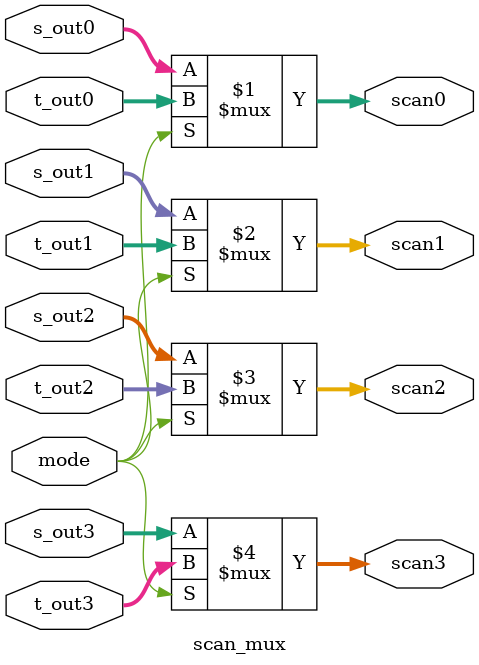
<source format=v>
`timescale 1ns / 1ps
module scan_mux(
	scan0,
	scan1,
	scan2,
	scan3,
	mode,
	t_out0,
	t_out1,
	t_out2,
	t_out3,
	s_out0,
	s_out1,
	s_out2,
	s_out3
);

output [3:0]scan0,scan1,scan2,scan3;
input mode;
input [3:0]t_out0,t_out1,t_out2,t_out3;
input [3:0]s_out0,s_out1,s_out2,s_out3;

assign scan0 = mode ? t_out0 : s_out0;
assign scan1 = mode ? t_out1 : s_out1;
assign scan2 = mode ? t_out2 : s_out2;
assign scan3 = mode ? t_out3 : s_out3;


endmodule

</source>
